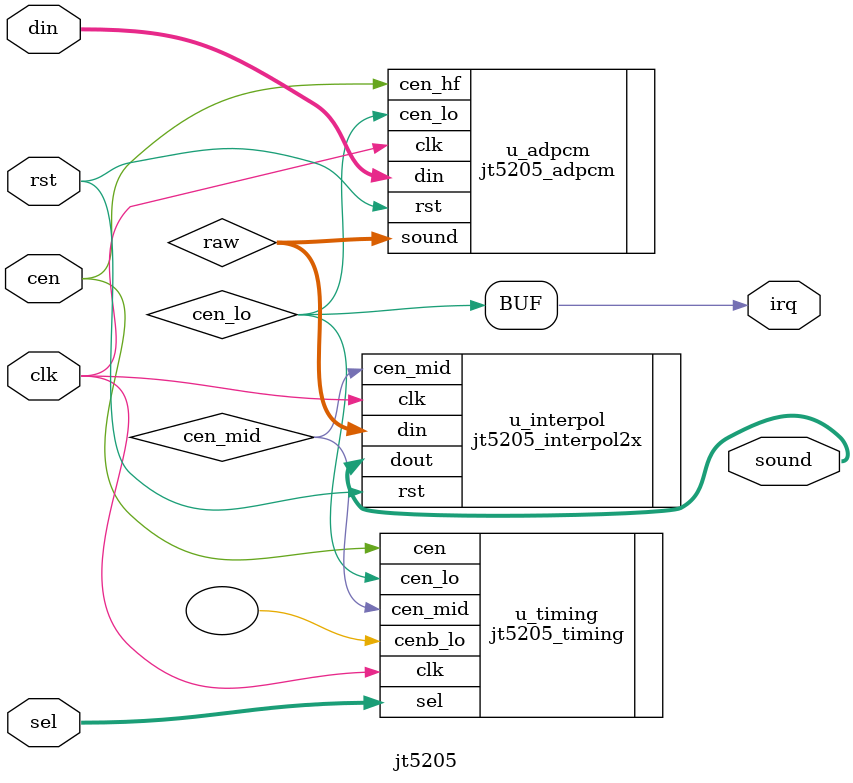
<source format=v>
/*
  
   Multicore 2 / Multicore 2+
  
   Copyright (c) 2017-2020 - Victor Trucco

  
   All rights reserved
  
   Redistribution and use in source and synthezised forms, with or without
   modification, are permitted provided that the following conditions are met:
  
   Redistributions of source code must retain the above copyright notice,
   this list of conditions and the following disclaimer.
  
   Redistributions in synthesized form must reproduce the above copyright
   notice, this list of conditions and the following disclaimer in the
   documentation and/or other materials provided with the distribution.
  
   Neither the name of the author nor the names of other contributors may
   be used to endorse or promote products derived from this software without
   specific prior written permission.
  
   THIS CODE IS PROVIDED BY THE COPYRIGHT HOLDERS AND CONTRIBUTORS "AS IS"
   AND ANY EXPRESS OR IMPLIED WARRANTIES, INCLUDING, BUT NOT LIMITED TO,
   THE IMPLIED WARRANTIES OF MERCHANTABILITY AND FITNESS FOR A PARTICULAR
   PURPOSE ARE DISCLAIMED. IN NO EVENT SHALL THE AUTHOR OR CONTRIBUTORS BE
   LIABLE FOR ANY DIRECT, INDIRECT, INCIDENTAL, SPECIAL, EXEMPLARY, OR
   CONSEQUENTIAL DAMAGES (INCLUDING, BUT NOT LIMITED TO, PROCUREMENT OF
   SUBSTITUTE GOODS OR SERVICES; LOSS OF USE, DATA, OR PROFITS; OR BUSINESS
   INTERRUPTION) HOWEVER CAUSED AND ON ANY THEORY OF LIABILITY, WHETHER IN
   CONTRACT, STRICT LIABILITY, OR TORT (INCLUDING NEGLIGENCE OR OTHERWISE)
   ARISING IN ANY WAY OUT OF THE USE OF THIS SOFTWARE, EVEN IF ADVISED OF THE
   POSSIBILITY OF SUCH DAMAGE.
  
   You are responsible for any legal issues arising from your use of this code.
  
*//*  This file is part of JT5205.
    JT5205 program is free software: you can redistribute it and/or modify
    it under the terms of the GNU General Public License as published by
    the Free Software Foundation, either version 3 of the License, or
    (at your option) any later version.

    JT5205 program is distributed in the hope that it will be useful,
    but WITHOUT ANY WARRANTY; without even the implied warranty of
    MERCHANTABILITY or FITNESS FOR A PARTICULAR PURPOSE.  See the
    GNU General Public License for more details.

    You should have received a copy of the GNU General Public License
    along with JT5205.  If not, see <http://www.gnu.org/licenses/>.

    Author: Jose Tejada Gomez. Twitter: @topapate
    Version: 1.0
    Date: 30-10-2019 */

module jt5205(
    input                  rst,
    input                  clk,
    input                  cen /* direct_enable */,        
    input         [ 1:0]   sel,        // s pin
    input         [ 3:0]   din,
    output signed [11:0]   sound,
    // This output pin is not part of MSM5205 I/O
    // It helps integrating the system as it produces
    // a strobe
    // at the internal clock divider pace
    output                 irq
);

wire               cen_lo, cen_mid;
wire signed [11:0] raw;

assign irq=cen_lo; // Notice that irq is active even if rst is high. This is
    // important for games such as Tora e no michi.

jt5205_timing u_timing(
    .clk    ( clk       ),
    .cen    ( cen       ),
    .sel    ( sel       ),
    .cen_lo ( cen_lo    ),
    .cen_mid( cen_mid   ),
    .cenb_lo(           )
);

jt5205_adpcm u_adpcm(
    .rst    ( rst       ),
    .clk    ( clk       ),
    .cen_lo ( cen_lo    ),
    .cen_hf ( cen       ),
    .din    ( din       ),
    .sound  ( raw       )
);

jt5205_interpol2x u_interpol(
    .rst    ( rst       ),
    .clk    ( clk       ),
    .cen_mid( cen_mid   ),
    .din    ( raw       ),
    .dout   ( sound     )
);

endmodule
</source>
